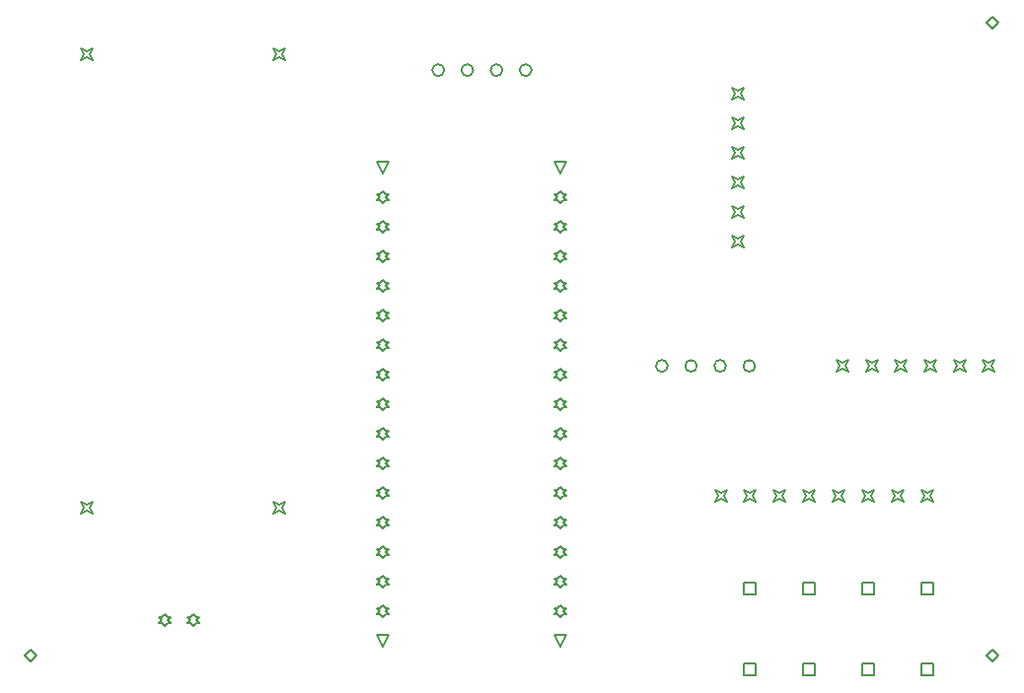
<source format=gbr>
%TF.GenerationSoftware,Altium Limited,Altium Designer,22.5.1 (42)*%
G04 Layer_Color=2752767*
%FSLAX45Y45*%
%MOMM*%
%TF.SameCoordinates,23F47D9D-8B9D-40EC-A212-7CA489FF55AC*%
%TF.FilePolarity,Positive*%
%TF.FileFunction,Drawing*%
%TF.Part,Single*%
G01*
G75*
%TA.AperFunction,NonConductor*%
%ADD31C,0.12700*%
%ADD41C,0.16933*%
D31*
X15087601Y7340600D02*
X15113000Y7391400D01*
X15087601Y7442200D01*
X15138400Y7416800D01*
X15189200Y7442200D01*
X15163800Y7391400D01*
X15189200Y7340600D01*
X15138400Y7366000D01*
X15087601Y7340600D01*
Y7086600D02*
X15113000Y7137400D01*
X15087601Y7188200D01*
X15138400Y7162800D01*
X15189200Y7188200D01*
X15163800Y7137400D01*
X15189200Y7086600D01*
X15138400Y7112000D01*
X15087601Y7086600D01*
Y6832600D02*
X15113000Y6883400D01*
X15087601Y6934200D01*
X15138400Y6908800D01*
X15189200Y6934200D01*
X15163800Y6883400D01*
X15189200Y6832600D01*
X15138400Y6858000D01*
X15087601Y6832600D01*
Y6578600D02*
X15113000Y6629400D01*
X15087601Y6680200D01*
X15138400Y6654800D01*
X15189200Y6680200D01*
X15163800Y6629400D01*
X15189200Y6578600D01*
X15138400Y6604000D01*
X15087601Y6578600D01*
Y7594600D02*
X15113000Y7645400D01*
X15087601Y7696200D01*
X15138400Y7670800D01*
X15189200Y7696200D01*
X15163800Y7645400D01*
X15189200Y7594600D01*
X15138400Y7620000D01*
X15087601Y7594600D01*
Y7848600D02*
X15113000Y7899400D01*
X15087601Y7950200D01*
X15138400Y7924800D01*
X15189200Y7950200D01*
X15163800Y7899400D01*
X15189200Y7848600D01*
X15138400Y7874000D01*
X15087601Y7848600D01*
X17272000Y8509000D02*
X17322800Y8559800D01*
X17373599Y8509000D01*
X17322800Y8458200D01*
X17272000Y8509000D01*
X9017000Y3073400D02*
X9067800Y3124200D01*
X9118600Y3073400D01*
X9067800Y3022600D01*
X9017000Y3073400D01*
X16713200Y2901200D02*
Y3002800D01*
X16814799D01*
Y2901200D01*
X16713200D01*
Y3601200D02*
Y3702800D01*
X16814799D01*
Y3601200D01*
X16713200D01*
X16205200Y2901200D02*
Y3002800D01*
X16306799D01*
Y2901200D01*
X16205200D01*
Y3601200D02*
Y3702800D01*
X16306799D01*
Y3601200D01*
X16205200D01*
X15697200Y2901200D02*
Y3002800D01*
X15798801D01*
Y2901200D01*
X15697200D01*
Y3601200D02*
Y3702800D01*
X15798801D01*
Y3601200D01*
X15697200D01*
X17272000Y3073400D02*
X17322800Y3124200D01*
X17373599Y3073400D01*
X17322800Y3022600D01*
X17272000Y3073400D01*
X16713200Y4394200D02*
X16738600Y4445000D01*
X16713200Y4495800D01*
X16764000Y4470400D01*
X16814799Y4495800D01*
X16789400Y4445000D01*
X16814799Y4394200D01*
X16764000Y4419600D01*
X16713200Y4394200D01*
X16459200D02*
X16484599Y4445000D01*
X16459200Y4495800D01*
X16510001Y4470400D01*
X16560800Y4495800D01*
X16535400Y4445000D01*
X16560800Y4394200D01*
X16510001Y4419600D01*
X16459200Y4394200D01*
X16205200D02*
X16230600Y4445000D01*
X16205200Y4495800D01*
X16256000Y4470400D01*
X16306799Y4495800D01*
X16281400Y4445000D01*
X16306799Y4394200D01*
X16256000Y4419600D01*
X16205200Y4394200D01*
X15951199D02*
X15976601Y4445000D01*
X15951199Y4495800D01*
X16002000Y4470400D01*
X16052800Y4495800D01*
X16027400Y4445000D01*
X16052800Y4394200D01*
X16002000Y4419600D01*
X15951199Y4394200D01*
X15697200D02*
X15722600Y4445000D01*
X15697200Y4495800D01*
X15748000Y4470400D01*
X15798801Y4495800D01*
X15773399Y4445000D01*
X15798801Y4394200D01*
X15748000Y4419600D01*
X15697200Y4394200D01*
X15443201D02*
X15468600Y4445000D01*
X15443201Y4495800D01*
X15494000Y4470400D01*
X15544800Y4495800D01*
X15519400Y4445000D01*
X15544800Y4394200D01*
X15494000Y4419600D01*
X15443201Y4394200D01*
X15189200D02*
X15214600Y4445000D01*
X15189200Y4495800D01*
X15239999Y4470400D01*
X15290800Y4495800D01*
X15265401Y4445000D01*
X15290800Y4394200D01*
X15239999Y4419600D01*
X15189200Y4394200D01*
X14943201D02*
X14968600Y4445000D01*
X14943201Y4495800D01*
X14994000Y4470400D01*
X15044800Y4495800D01*
X15019400Y4445000D01*
X15044800Y4394200D01*
X14994000Y4419600D01*
X14943201Y4394200D01*
X17234599Y5512100D02*
X17260001Y5562900D01*
X17234599Y5613700D01*
X17285400Y5588300D01*
X17336200Y5613700D01*
X17310800Y5562900D01*
X17336200Y5512100D01*
X17285400Y5537500D01*
X17234599Y5512100D01*
X16984599D02*
X17010001Y5562900D01*
X16984599Y5613700D01*
X17035400Y5588300D01*
X17086200Y5613700D01*
X17060800Y5562900D01*
X17086200Y5512100D01*
X17035400Y5537500D01*
X16984599Y5512100D01*
X16734599D02*
X16760001Y5562900D01*
X16734599Y5613700D01*
X16785400Y5588300D01*
X16836200Y5613700D01*
X16810800Y5562900D01*
X16836200Y5512100D01*
X16785400Y5537500D01*
X16734599Y5512100D01*
X16484599D02*
X16510001Y5562900D01*
X16484599Y5613700D01*
X16535400Y5588300D01*
X16586200Y5613700D01*
X16560800Y5562900D01*
X16586200Y5512100D01*
X16535400Y5537500D01*
X16484599Y5512100D01*
X16234599D02*
X16260001Y5562900D01*
X16234599Y5613700D01*
X16285400Y5588300D01*
X16336200Y5613700D01*
X16310800Y5562900D01*
X16336200Y5512100D01*
X16285400Y5537500D01*
X16234599Y5512100D01*
X15984599D02*
X16010001Y5562900D01*
X15984599Y5613700D01*
X16035400Y5588300D01*
X16086200Y5613700D01*
X16060800Y5562900D01*
X16086200Y5512100D01*
X16035400Y5537500D01*
X15984599Y5512100D01*
X10214800Y3327400D02*
X10240200Y3352800D01*
X10265600D01*
X10240200Y3378200D01*
X10265600Y3403600D01*
X10240200D01*
X10214800Y3429000D01*
X10189400Y3403600D01*
X10164000D01*
X10189400Y3378200D01*
X10164000Y3352800D01*
X10189400D01*
X10214800Y3327400D01*
X10464800D02*
X10490200Y3352800D01*
X10515600D01*
X10490200Y3378200D01*
X10515600Y3403600D01*
X10490200D01*
X10464800Y3429000D01*
X10439400Y3403600D01*
X10414000D01*
X10439400Y3378200D01*
X10414000Y3352800D01*
X10439400D01*
X10464800Y3327400D01*
X9499600Y8192600D02*
X9525000Y8243400D01*
X9499600Y8294200D01*
X9550400Y8268800D01*
X9601200Y8294200D01*
X9575800Y8243400D01*
X9601200Y8192600D01*
X9550400Y8218000D01*
X9499600Y8192600D01*
X11149600Y4292600D02*
X11175000Y4343400D01*
X11149600Y4394200D01*
X11200400Y4368800D01*
X11251200Y4394200D01*
X11225800Y4343400D01*
X11251200Y4292600D01*
X11200400Y4318000D01*
X11149600Y4292600D01*
X9499600D02*
X9525000Y4343400D01*
X9499600Y4394200D01*
X9550400Y4368800D01*
X9601200Y4394200D01*
X9575800Y4343400D01*
X9601200Y4292600D01*
X9550400Y4318000D01*
X9499600Y4292600D01*
X11149600Y8192600D02*
X11175000Y8243400D01*
X11149600Y8294200D01*
X11200400Y8268800D01*
X11251200Y8294200D01*
X11225800Y8243400D01*
X11251200Y8192600D01*
X11200400Y8218000D01*
X11149600Y8192600D01*
X12090400Y3149600D02*
X12039600Y3251200D01*
X12141200D01*
X12090400Y3149600D01*
X13614400D02*
X13563600Y3251200D01*
X13665199D01*
X13614400Y3149600D01*
X12090400Y7213600D02*
X12039600Y7315200D01*
X12141200D01*
X12090400Y7213600D01*
X13614400D02*
X13563600Y7315200D01*
X13665199D01*
X13614400Y7213600D01*
X12090400Y3403600D02*
X12115800Y3429000D01*
X12141200D01*
X12115800Y3454400D01*
X12141200Y3479800D01*
X12115800D01*
X12090400Y3505200D01*
X12065000Y3479800D01*
X12039600D01*
X12065000Y3454400D01*
X12039600Y3429000D01*
X12065000D01*
X12090400Y3403600D01*
Y3657600D02*
X12115800Y3683000D01*
X12141200D01*
X12115800Y3708400D01*
X12141200Y3733800D01*
X12115800D01*
X12090400Y3759200D01*
X12065000Y3733800D01*
X12039600D01*
X12065000Y3708400D01*
X12039600Y3683000D01*
X12065000D01*
X12090400Y3657600D01*
Y3911600D02*
X12115800Y3937000D01*
X12141200D01*
X12115800Y3962400D01*
X12141200Y3987800D01*
X12115800D01*
X12090400Y4013200D01*
X12065000Y3987800D01*
X12039600D01*
X12065000Y3962400D01*
X12039600Y3937000D01*
X12065000D01*
X12090400Y3911600D01*
Y4165600D02*
X12115800Y4191000D01*
X12141200D01*
X12115800Y4216400D01*
X12141200Y4241800D01*
X12115800D01*
X12090400Y4267200D01*
X12065000Y4241800D01*
X12039600D01*
X12065000Y4216400D01*
X12039600Y4191000D01*
X12065000D01*
X12090400Y4165600D01*
Y4419600D02*
X12115800Y4445000D01*
X12141200D01*
X12115800Y4470400D01*
X12141200Y4495800D01*
X12115800D01*
X12090400Y4521200D01*
X12065000Y4495800D01*
X12039600D01*
X12065000Y4470400D01*
X12039600Y4445000D01*
X12065000D01*
X12090400Y4419600D01*
Y4673600D02*
X12115800Y4699000D01*
X12141200D01*
X12115800Y4724400D01*
X12141200Y4749800D01*
X12115800D01*
X12090400Y4775200D01*
X12065000Y4749800D01*
X12039600D01*
X12065000Y4724400D01*
X12039600Y4699000D01*
X12065000D01*
X12090400Y4673600D01*
Y4927600D02*
X12115800Y4953000D01*
X12141200D01*
X12115800Y4978400D01*
X12141200Y5003800D01*
X12115800D01*
X12090400Y5029200D01*
X12065000Y5003800D01*
X12039600D01*
X12065000Y4978400D01*
X12039600Y4953000D01*
X12065000D01*
X12090400Y4927600D01*
Y5181600D02*
X12115800Y5207000D01*
X12141200D01*
X12115800Y5232400D01*
X12141200Y5257800D01*
X12115800D01*
X12090400Y5283200D01*
X12065000Y5257800D01*
X12039600D01*
X12065000Y5232400D01*
X12039600Y5207000D01*
X12065000D01*
X12090400Y5181600D01*
Y5435600D02*
X12115800Y5461000D01*
X12141200D01*
X12115800Y5486400D01*
X12141200Y5511800D01*
X12115800D01*
X12090400Y5537200D01*
X12065000Y5511800D01*
X12039600D01*
X12065000Y5486400D01*
X12039600Y5461000D01*
X12065000D01*
X12090400Y5435600D01*
Y5689600D02*
X12115800Y5715000D01*
X12141200D01*
X12115800Y5740400D01*
X12141200Y5765800D01*
X12115800D01*
X12090400Y5791200D01*
X12065000Y5765800D01*
X12039600D01*
X12065000Y5740400D01*
X12039600Y5715000D01*
X12065000D01*
X12090400Y5689600D01*
Y5943600D02*
X12115800Y5969000D01*
X12141200D01*
X12115800Y5994400D01*
X12141200Y6019800D01*
X12115800D01*
X12090400Y6045200D01*
X12065000Y6019800D01*
X12039600D01*
X12065000Y5994400D01*
X12039600Y5969000D01*
X12065000D01*
X12090400Y5943600D01*
Y6197600D02*
X12115800Y6223000D01*
X12141200D01*
X12115800Y6248400D01*
X12141200Y6273800D01*
X12115800D01*
X12090400Y6299200D01*
X12065000Y6273800D01*
X12039600D01*
X12065000Y6248400D01*
X12039600Y6223000D01*
X12065000D01*
X12090400Y6197600D01*
Y6451600D02*
X12115800Y6477000D01*
X12141200D01*
X12115800Y6502400D01*
X12141200Y6527800D01*
X12115800D01*
X12090400Y6553200D01*
X12065000Y6527800D01*
X12039600D01*
X12065000Y6502400D01*
X12039600Y6477000D01*
X12065000D01*
X12090400Y6451600D01*
Y6705600D02*
X12115800Y6731000D01*
X12141200D01*
X12115800Y6756400D01*
X12141200Y6781800D01*
X12115800D01*
X12090400Y6807200D01*
X12065000Y6781800D01*
X12039600D01*
X12065000Y6756400D01*
X12039600Y6731000D01*
X12065000D01*
X12090400Y6705600D01*
Y6959600D02*
X12115800Y6985000D01*
X12141200D01*
X12115800Y7010400D01*
X12141200Y7035800D01*
X12115800D01*
X12090400Y7061200D01*
X12065000Y7035800D01*
X12039600D01*
X12065000Y7010400D01*
X12039600Y6985000D01*
X12065000D01*
X12090400Y6959600D01*
X13614400D02*
X13639799Y6985000D01*
X13665199D01*
X13639799Y7010400D01*
X13665199Y7035800D01*
X13639799D01*
X13614400Y7061200D01*
X13589000Y7035800D01*
X13563600D01*
X13589000Y7010400D01*
X13563600Y6985000D01*
X13589000D01*
X13614400Y6959600D01*
Y6705600D02*
X13639799Y6731000D01*
X13665199D01*
X13639799Y6756400D01*
X13665199Y6781800D01*
X13639799D01*
X13614400Y6807200D01*
X13589000Y6781800D01*
X13563600D01*
X13589000Y6756400D01*
X13563600Y6731000D01*
X13589000D01*
X13614400Y6705600D01*
Y6451600D02*
X13639799Y6477000D01*
X13665199D01*
X13639799Y6502400D01*
X13665199Y6527800D01*
X13639799D01*
X13614400Y6553200D01*
X13589000Y6527800D01*
X13563600D01*
X13589000Y6502400D01*
X13563600Y6477000D01*
X13589000D01*
X13614400Y6451600D01*
Y6197600D02*
X13639799Y6223000D01*
X13665199D01*
X13639799Y6248400D01*
X13665199Y6273800D01*
X13639799D01*
X13614400Y6299200D01*
X13589000Y6273800D01*
X13563600D01*
X13589000Y6248400D01*
X13563600Y6223000D01*
X13589000D01*
X13614400Y6197600D01*
Y5943600D02*
X13639799Y5969000D01*
X13665199D01*
X13639799Y5994400D01*
X13665199Y6019800D01*
X13639799D01*
X13614400Y6045200D01*
X13589000Y6019800D01*
X13563600D01*
X13589000Y5994400D01*
X13563600Y5969000D01*
X13589000D01*
X13614400Y5943600D01*
Y5689600D02*
X13639799Y5715000D01*
X13665199D01*
X13639799Y5740400D01*
X13665199Y5765800D01*
X13639799D01*
X13614400Y5791200D01*
X13589000Y5765800D01*
X13563600D01*
X13589000Y5740400D01*
X13563600Y5715000D01*
X13589000D01*
X13614400Y5689600D01*
Y5435600D02*
X13639799Y5461000D01*
X13665199D01*
X13639799Y5486400D01*
X13665199Y5511800D01*
X13639799D01*
X13614400Y5537200D01*
X13589000Y5511800D01*
X13563600D01*
X13589000Y5486400D01*
X13563600Y5461000D01*
X13589000D01*
X13614400Y5435600D01*
Y5181600D02*
X13639799Y5207000D01*
X13665199D01*
X13639799Y5232400D01*
X13665199Y5257800D01*
X13639799D01*
X13614400Y5283200D01*
X13589000Y5257800D01*
X13563600D01*
X13589000Y5232400D01*
X13563600Y5207000D01*
X13589000D01*
X13614400Y5181600D01*
Y4927600D02*
X13639799Y4953000D01*
X13665199D01*
X13639799Y4978400D01*
X13665199Y5003800D01*
X13639799D01*
X13614400Y5029200D01*
X13589000Y5003800D01*
X13563600D01*
X13589000Y4978400D01*
X13563600Y4953000D01*
X13589000D01*
X13614400Y4927600D01*
Y4673600D02*
X13639799Y4699000D01*
X13665199D01*
X13639799Y4724400D01*
X13665199Y4749800D01*
X13639799D01*
X13614400Y4775200D01*
X13589000Y4749800D01*
X13563600D01*
X13589000Y4724400D01*
X13563600Y4699000D01*
X13589000D01*
X13614400Y4673600D01*
Y4419600D02*
X13639799Y4445000D01*
X13665199D01*
X13639799Y4470400D01*
X13665199Y4495800D01*
X13639799D01*
X13614400Y4521200D01*
X13589000Y4495800D01*
X13563600D01*
X13589000Y4470400D01*
X13563600Y4445000D01*
X13589000D01*
X13614400Y4419600D01*
Y4165600D02*
X13639799Y4191000D01*
X13665199D01*
X13639799Y4216400D01*
X13665199Y4241800D01*
X13639799D01*
X13614400Y4267200D01*
X13589000Y4241800D01*
X13563600D01*
X13589000Y4216400D01*
X13563600Y4191000D01*
X13589000D01*
X13614400Y4165600D01*
Y3911600D02*
X13639799Y3937000D01*
X13665199D01*
X13639799Y3962400D01*
X13665199Y3987800D01*
X13639799D01*
X13614400Y4013200D01*
X13589000Y3987800D01*
X13563600D01*
X13589000Y3962400D01*
X13563600Y3937000D01*
X13589000D01*
X13614400Y3911600D01*
Y3657600D02*
X13639799Y3683000D01*
X13665199D01*
X13639799Y3708400D01*
X13665199Y3733800D01*
X13639799D01*
X13614400Y3759200D01*
X13589000Y3733800D01*
X13563600D01*
X13589000Y3708400D01*
X13563600Y3683000D01*
X13589000D01*
X13614400Y3657600D01*
Y3403600D02*
X13639799Y3429000D01*
X13665199D01*
X13639799Y3454400D01*
X13665199Y3479800D01*
X13639799D01*
X13614400Y3505200D01*
X13589000Y3479800D01*
X13563600D01*
X13589000Y3454400D01*
X13563600Y3429000D01*
X13589000D01*
X13614400Y3403600D01*
X15189200Y2901200D02*
Y3002800D01*
X15290800D01*
Y2901200D01*
X15189200D01*
Y3601200D02*
Y3702800D01*
X15290800D01*
Y3601200D01*
X15189200D01*
D41*
X14532800Y5562600D02*
G03*
X14532800Y5562600I-50800J0D01*
G01*
X14782800D02*
G03*
X14782800Y5562600I-50800J0D01*
G01*
X15032800D02*
G03*
X15032800Y5562600I-50800J0D01*
G01*
X15282800D02*
G03*
X15282800Y5562600I-50800J0D01*
G01*
X12613025Y8102600D02*
G03*
X12613025Y8102600I-50800J0D01*
G01*
X12863025D02*
G03*
X12863025Y8102600I-50800J0D01*
G01*
X13113025D02*
G03*
X13113025Y8102600I-50800J0D01*
G01*
X13363025D02*
G03*
X13363025Y8102600I-50800J0D01*
G01*
%TF.MD5,4320a1b2004d23ba704a94b28913b8c9*%
M02*

</source>
